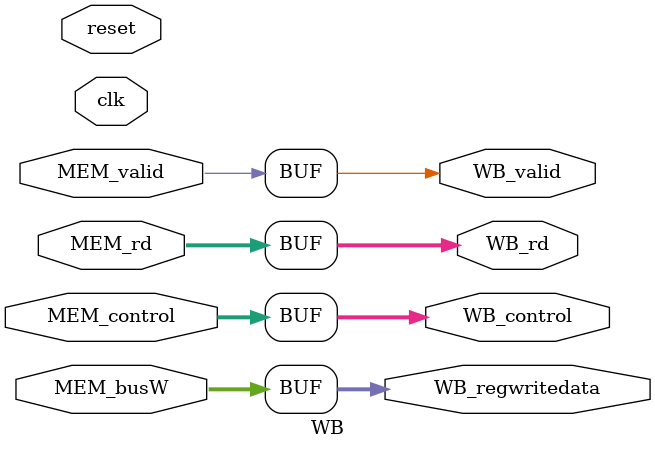
<source format=v>
`include "macro.v"
/*    WB level4(
        input clk, busW, rd, control, reset
        output rd, writedata
        );*/
module WB(
    input clk,
    input [31:0]MEM_busW,
    input [4:0]MEM_rd,
    input [18:0]MEM_control,
    input reset,
    input MEM_valid,
    output [4:0]WB_rd,
    output [31:0]WB_regwritedata,
    output [18:0]WB_control,
    output WB_valid
    );
    assign WB_valid = MEM_valid;
    assign WB_rd = MEM_rd;
    assign WB_regwritedata = MEM_busW;
    assign WB_control = MEM_control;
/*    always @ (negedge clk) begin
        if(reset)begin
            WB_rd <= 0;
            WB_regwritedata <= 0;
            WB_control <= 0;
        end
        else begin
            WB_rd <= MEM_rd;
            WB_regwritedata <= MEM_busW;
            WB_control <= MEM_control;
        end
    end*/
    
endmodule

</source>
